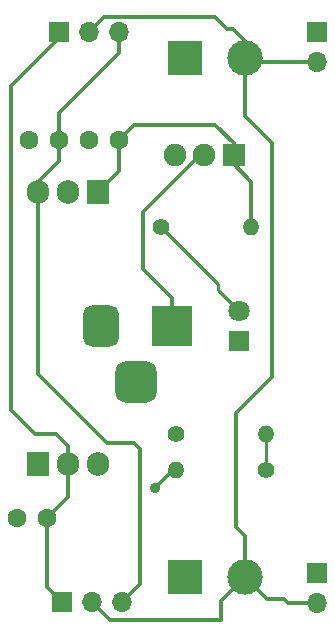
<source format=gtl>
%TF.GenerationSoftware,KiCad,Pcbnew,(5.99.0-12741-g2662433374)*%
%TF.CreationDate,2021-10-19T15:00:23+11:00*%
%TF.ProjectId,Breadboard Power Supply,42726561-6462-46f6-9172-6420506f7765,rev?*%
%TF.SameCoordinates,Original*%
%TF.FileFunction,Copper,L1,Top*%
%TF.FilePolarity,Positive*%
%FSLAX46Y46*%
G04 Gerber Fmt 4.6, Leading zero omitted, Abs format (unit mm)*
G04 Created by KiCad (PCBNEW (5.99.0-12741-g2662433374)) date 2021-10-19 15:00:23*
%MOMM*%
%LPD*%
G01*
G04 APERTURE LIST*
G04 Aperture macros list*
%AMRoundRect*
0 Rectangle with rounded corners*
0 $1 Rounding radius*
0 $2 $3 $4 $5 $6 $7 $8 $9 X,Y pos of 4 corners*
0 Add a 4 corners polygon primitive as box body*
4,1,4,$2,$3,$4,$5,$6,$7,$8,$9,$2,$3,0*
0 Add four circle primitives for the rounded corners*
1,1,$1+$1,$2,$3*
1,1,$1+$1,$4,$5*
1,1,$1+$1,$6,$7*
1,1,$1+$1,$8,$9*
0 Add four rect primitives between the rounded corners*
20,1,$1+$1,$2,$3,$4,$5,0*
20,1,$1+$1,$4,$5,$6,$7,0*
20,1,$1+$1,$6,$7,$8,$9,0*
20,1,$1+$1,$8,$9,$2,$3,0*%
G04 Aperture macros list end*
%TA.AperFunction,ComponentPad*%
%ADD10R,1.700000X1.700000*%
%TD*%
%TA.AperFunction,ComponentPad*%
%ADD11O,1.700000X1.700000*%
%TD*%
%TA.AperFunction,ComponentPad*%
%ADD12C,1.400000*%
%TD*%
%TA.AperFunction,ComponentPad*%
%ADD13O,1.400000X1.400000*%
%TD*%
%TA.AperFunction,ComponentPad*%
%ADD14R,3.000000X3.000000*%
%TD*%
%TA.AperFunction,ComponentPad*%
%ADD15C,3.000000*%
%TD*%
%TA.AperFunction,ComponentPad*%
%ADD16C,1.600000*%
%TD*%
%TA.AperFunction,ComponentPad*%
%ADD17R,3.500000X3.500000*%
%TD*%
%TA.AperFunction,ComponentPad*%
%ADD18RoundRect,0.750000X-0.750000X-1.000000X0.750000X-1.000000X0.750000X1.000000X-0.750000X1.000000X0*%
%TD*%
%TA.AperFunction,ComponentPad*%
%ADD19RoundRect,0.875000X-0.875000X-0.875000X0.875000X-0.875000X0.875000X0.875000X-0.875000X0.875000X0*%
%TD*%
%TA.AperFunction,ComponentPad*%
%ADD20R,1.905000X2.000000*%
%TD*%
%TA.AperFunction,ComponentPad*%
%ADD21O,1.905000X2.000000*%
%TD*%
%TA.AperFunction,ComponentPad*%
%ADD22R,1.800000X1.800000*%
%TD*%
%TA.AperFunction,ComponentPad*%
%ADD23C,1.800000*%
%TD*%
%TA.AperFunction,ComponentPad*%
%ADD24R,1.900000X1.900000*%
%TD*%
%TA.AperFunction,ComponentPad*%
%ADD25C,1.900000*%
%TD*%
%TA.AperFunction,ViaPad*%
%ADD26C,0.900000*%
%TD*%
%TA.AperFunction,Conductor*%
%ADD27C,0.350000*%
%TD*%
%TA.AperFunction,Conductor*%
%ADD28C,0.250000*%
%TD*%
G04 APERTURE END LIST*
D10*
%TO.P,J3,1,Pin_1*%
%TO.N,/3.3v*%
X99075000Y-66294000D03*
D11*
%TO.P,J3,2,Pin_2*%
%TO.N,/PWR_output*%
X101615000Y-66294000D03*
%TO.P,J3,3,Pin_3*%
%TO.N,/5V*%
X104155000Y-66294000D03*
%TD*%
D12*
%TO.P,R2,1*%
%TO.N,Net-(R2-Pad1)*%
X116568000Y-103378000D03*
D13*
%TO.P,R2,2*%
%TO.N,/3.3v*%
X108948000Y-103378000D03*
%TD*%
D14*
%TO.P,J2,1,Pin_1*%
%TO.N,GND*%
X109728000Y-68494000D03*
D15*
%TO.P,J2,2,Pin_2*%
%TO.N,/PWR_output*%
X114808000Y-68494000D03*
%TD*%
D10*
%TO.P,J7,1,Pin_1*%
%TO.N,/3.3v*%
X99314000Y-114554000D03*
D11*
%TO.P,J7,2,Pin_2*%
%TO.N,/PWR_output*%
X101854000Y-114554000D03*
%TO.P,J7,3,Pin_3*%
%TO.N,/5V*%
X104394000Y-114554000D03*
%TD*%
D14*
%TO.P,J5,1,Pin_1*%
%TO.N,GND*%
X109728000Y-112465600D03*
D15*
%TO.P,J5,2,Pin_2*%
%TO.N,/PWR_output*%
X114808000Y-112465600D03*
%TD*%
D16*
%TO.P,C2,1*%
%TO.N,/3.3v*%
X98044000Y-107442000D03*
%TO.P,C2,2*%
%TO.N,GND*%
X95544000Y-107442000D03*
%TD*%
D17*
%TO.P,J1,1*%
%TO.N,/PWR_input*%
X108616000Y-91244500D03*
D18*
%TO.P,J1,2*%
%TO.N,GND*%
X102616000Y-91244500D03*
D19*
%TO.P,J1,3*%
X105616000Y-95944500D03*
%TD*%
D10*
%TO.P,J4,1,Pin_1*%
%TO.N,GND*%
X120904000Y-112115600D03*
D11*
%TO.P,J4,2,Pin_2*%
%TO.N,/PWR_output*%
X120904000Y-114655600D03*
%TD*%
D20*
%TO.P,U1,1,ADJ*%
%TO.N,Net-(R2-Pad1)*%
X97282000Y-102870000D03*
D21*
%TO.P,U1,2,VO*%
%TO.N,/3.3v*%
X99822000Y-102870000D03*
%TO.P,U1,3,VI*%
%TO.N,/12V*%
X102362000Y-102870000D03*
%TD*%
D22*
%TO.P,D1,1,K*%
%TO.N,GND*%
X114268000Y-92461000D03*
D23*
%TO.P,D1,2,A*%
%TO.N,Net-(D1-Pad2)*%
X114268000Y-89921000D03*
%TD*%
D12*
%TO.P,R1,1*%
%TO.N,Net-(D1-Pad2)*%
X107696000Y-82804000D03*
D13*
%TO.P,R1,2*%
%TO.N,/12V*%
X115316000Y-82804000D03*
%TD*%
D16*
%TO.P,C1,1*%
%TO.N,/12V*%
X104120000Y-75438000D03*
%TO.P,C1,2*%
%TO.N,GND*%
X101620000Y-75438000D03*
%TD*%
D10*
%TO.P,J6,1,Pin_1*%
%TO.N,GND*%
X120904000Y-66294000D03*
D11*
%TO.P,J6,2,Pin_2*%
%TO.N,/PWR_output*%
X120904000Y-68834000D03*
%TD*%
D20*
%TO.P,U2,1,VI*%
%TO.N,/12V*%
X102362000Y-79827000D03*
D21*
%TO.P,U2,2,GND*%
%TO.N,GND*%
X99822000Y-79827000D03*
%TO.P,U2,3,VO*%
%TO.N,/5V*%
X97282000Y-79827000D03*
%TD*%
D16*
%TO.P,C3,1*%
%TO.N,/5V*%
X99040000Y-75438000D03*
%TO.P,C3,2*%
%TO.N,GND*%
X96540000Y-75438000D03*
%TD*%
D12*
%TO.P,R3,1*%
%TO.N,GND*%
X108948000Y-100330000D03*
D13*
%TO.P,R3,2*%
%TO.N,Net-(R2-Pad1)*%
X116568000Y-100330000D03*
%TD*%
D24*
%TO.P,S1,1*%
%TO.N,/12V*%
X113848000Y-76708000D03*
D25*
%TO.P,S1,2*%
%TO.N,/PWR_input*%
X111348000Y-76708000D03*
%TO.P,S1,3*%
%TO.N,unconnected-(S1-Pad3)*%
X108848000Y-76708000D03*
%TD*%
D26*
%TO.N,/3.3v*%
X107188000Y-104902000D03*
%TD*%
D27*
%TO.N,/12V*%
X113848000Y-76708000D02*
X113848000Y-77526000D01*
X104120000Y-75438000D02*
X105390000Y-74168000D01*
X105390000Y-74168000D02*
X112268000Y-74168000D01*
X113848000Y-77526000D02*
X115316000Y-78994000D01*
X104120000Y-78069000D02*
X102362000Y-79827000D01*
X115316000Y-78994000D02*
X115316000Y-82804000D01*
X113848000Y-75748000D02*
X113848000Y-76708000D01*
X104120000Y-75438000D02*
X104120000Y-78069000D01*
X112268000Y-74168000D02*
X113848000Y-75748000D01*
%TO.N,/3.3v*%
X98806000Y-100330000D02*
X99822000Y-101346000D01*
X97028000Y-100330000D02*
X98806000Y-100330000D01*
X99075000Y-66787000D02*
X94996000Y-70866000D01*
X98044000Y-113284000D02*
X99314000Y-114554000D01*
X108948000Y-103378000D02*
X108712000Y-103378000D01*
X99822000Y-101346000D02*
X99822000Y-102870000D01*
X99075000Y-66294000D02*
X99075000Y-66787000D01*
X94996000Y-98298000D02*
X97028000Y-100330000D01*
X98044000Y-107442000D02*
X99822000Y-105664000D01*
X99822000Y-105664000D02*
X99822000Y-102870000D01*
X94996000Y-70866000D02*
X94996000Y-98298000D01*
X108712000Y-103378000D02*
X107188000Y-104902000D01*
X98044000Y-107442000D02*
X98044000Y-113284000D01*
%TO.N,/5V*%
X105410000Y-101092000D02*
X105918000Y-101600000D01*
X99040000Y-77236000D02*
X99040000Y-75438000D01*
X105918000Y-113030000D02*
X104394000Y-114554000D01*
X99040000Y-73172000D02*
X99040000Y-75438000D01*
X104155000Y-68057000D02*
X99040000Y-73172000D01*
X104155000Y-66294000D02*
X104155000Y-68057000D01*
X103124000Y-101092000D02*
X105410000Y-101092000D01*
X97282000Y-78994000D02*
X99040000Y-77236000D01*
X97282000Y-95250000D02*
X103124000Y-101092000D01*
X97282000Y-79827000D02*
X97282000Y-78994000D01*
X105918000Y-101600000D02*
X105918000Y-113030000D01*
X97282000Y-79827000D02*
X97282000Y-95250000D01*
D28*
%TO.N,Net-(D1-Pad2)*%
X112522000Y-88175000D02*
X114268000Y-89921000D01*
X112522000Y-87630000D02*
X112522000Y-88175000D01*
X107696000Y-82804000D02*
X112522000Y-87630000D01*
D27*
%TO.N,/PWR_input*%
X108616000Y-88804000D02*
X108616000Y-91244500D01*
X106172000Y-81534000D02*
X106172000Y-86360000D01*
X106172000Y-86360000D02*
X108616000Y-88804000D01*
X111348000Y-76708000D02*
X110998000Y-76708000D01*
X110998000Y-76708000D02*
X106172000Y-81534000D01*
%TO.N,/PWR_output*%
X118110000Y-114300000D02*
X118465600Y-114655600D01*
X114808000Y-73406000D02*
X117094000Y-75692000D01*
X112776000Y-116078000D02*
X112776000Y-114497600D01*
X117094000Y-75692000D02*
X117094000Y-95504000D01*
X114808000Y-67056000D02*
X114808000Y-68494000D01*
X120904000Y-68834000D02*
X115148000Y-68834000D01*
X114046000Y-98552000D02*
X114046000Y-108204000D01*
X112263489Y-65019489D02*
X113284000Y-66040000D01*
X114808000Y-68494000D02*
X114808000Y-73406000D01*
X118465600Y-114655600D02*
X120904000Y-114655600D01*
X101615000Y-66294000D02*
X102889511Y-65019489D01*
X115148000Y-68834000D02*
X114808000Y-68494000D01*
X101854000Y-114554000D02*
X103378000Y-116078000D01*
X114046000Y-108204000D02*
X114808000Y-108966000D01*
X116642400Y-114300000D02*
X118110000Y-114300000D01*
X102889511Y-65019489D02*
X112263489Y-65019489D01*
X113284000Y-66040000D02*
X113792000Y-66040000D01*
X113792000Y-66040000D02*
X114808000Y-67056000D01*
X114808000Y-108966000D02*
X114808000Y-112465600D01*
X112776000Y-114497600D02*
X114808000Y-112465600D01*
X114808000Y-112465600D02*
X116642400Y-114300000D01*
X103378000Y-116078000D02*
X112776000Y-116078000D01*
X117094000Y-95504000D02*
X114046000Y-98552000D01*
D28*
%TO.N,Net-(R2-Pad1)*%
X116568000Y-100330000D02*
X116568000Y-103378000D01*
%TD*%
M02*

</source>
